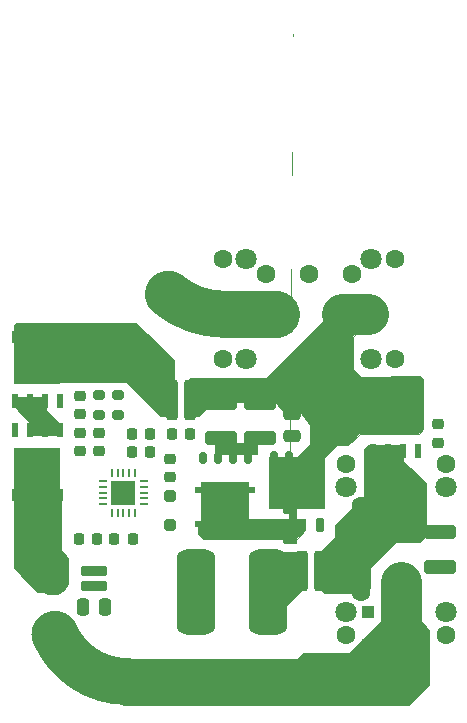
<source format=gbr>
%TF.GenerationSoftware,KiCad,Pcbnew,9.0.1*%
%TF.CreationDate,2025-04-26T18:30:10+02:00*%
%TF.ProjectId,BatteryCharger,42617474-6572-4794-9368-61726765722e,rev?*%
%TF.SameCoordinates,Original*%
%TF.FileFunction,Soldermask,Top*%
%TF.FilePolarity,Negative*%
%FSLAX46Y46*%
G04 Gerber Fmt 4.6, Leading zero omitted, Abs format (unit mm)*
G04 Created by KiCad (PCBNEW 9.0.1) date 2025-04-26 18:30:10*
%MOMM*%
%LPD*%
G01*
G04 APERTURE LIST*
G04 Aperture macros list*
%AMRoundRect*
0 Rectangle with rounded corners*
0 $1 Rounding radius*
0 $2 $3 $4 $5 $6 $7 $8 $9 X,Y pos of 4 corners*
0 Add a 4 corners polygon primitive as box body*
4,1,4,$2,$3,$4,$5,$6,$7,$8,$9,$2,$3,0*
0 Add four circle primitives for the rounded corners*
1,1,$1+$1,$2,$3*
1,1,$1+$1,$4,$5*
1,1,$1+$1,$6,$7*
1,1,$1+$1,$8,$9*
0 Add four rect primitives between the rounded corners*
20,1,$1+$1,$2,$3,$4,$5,0*
20,1,$1+$1,$4,$5,$6,$7,0*
20,1,$1+$1,$6,$7,$8,$9,0*
20,1,$1+$1,$8,$9,$2,$3,0*%
%AMFreePoly0*
4,1,53,0.519509,1.693079,0.555557,1.678147,0.583147,1.650557,0.598079,1.614509,0.600000,1.595000,0.600000,-1.495000,0.598079,-1.514509,0.583147,-1.550557,0.555557,-1.578147,0.519509,-1.593079,0.500000,-1.595000,-0.437500,-1.595000,-0.499686,-1.582630,-0.552405,-1.547405,-0.587630,-1.494686,-0.600000,-1.432500,-0.600000,-1.107500,-0.587630,-1.045314,-0.552405,-0.992595,-0.499686,-0.957370,
-0.437500,-0.945000,-0.100000,-0.945000,-0.100000,-0.325000,-0.437500,-0.325000,-0.499686,-0.312630,-0.552405,-0.277405,-0.587630,-0.224686,-0.600000,-0.162500,-0.600000,0.162500,-0.587630,0.224686,-0.552405,0.277405,-0.499686,0.312630,-0.437500,0.325000,-0.100000,0.325000,-0.100000,0.945000,-0.437500,0.945000,-0.499686,0.957370,-0.552405,0.992595,-0.587630,1.045314,-0.600000,1.107500,
-0.600000,1.432500,-0.587630,1.494686,-0.552405,1.547405,-0.499686,1.582630,-0.437500,1.595000,-0.100000,1.595000,-0.098079,1.614509,-0.083147,1.650557,-0.055557,1.678147,-0.019509,1.693079,0.000000,1.695000,0.500000,1.695000,0.519509,1.693079,0.519509,1.693079,$1*%
G04 Aperture macros list end*
%ADD10C,4.000000*%
%ADD11C,0.100000*%
%ADD12C,3.500000*%
%ADD13C,0.200000*%
%ADD14RoundRect,0.225000X0.225000X0.250000X-0.225000X0.250000X-0.225000X-0.250000X0.225000X-0.250000X0*%
%ADD15RoundRect,0.825000X-0.825000X-2.775000X0.825000X-2.775000X0.825000X2.775000X-0.825000X2.775000X0*%
%ADD16RoundRect,0.250000X-0.250000X-1.450000X0.250000X-1.450000X0.250000X1.450000X-0.250000X1.450000X0*%
%ADD17R,0.610000X1.270000*%
%ADD18R,3.910000X3.810000*%
%ADD19R,0.610000X1.020000*%
%ADD20RoundRect,0.150000X-0.150000X0.350000X-0.150000X-0.350000X0.150000X-0.350000X0.150000X0.350000X0*%
%ADD21R,0.626000X0.610000*%
%ADD22R,4.061000X4.200000*%
%ADD23R,0.500000X0.510000*%
%ADD24RoundRect,0.250000X0.250000X0.475000X-0.250000X0.475000X-0.250000X-0.475000X0.250000X-0.475000X0*%
%ADD25O,0.240000X0.700000*%
%ADD26O,0.700000X0.240000*%
%ADD27R,2.049999X2.049999*%
%ADD28RoundRect,0.250000X-1.100000X0.325000X-1.100000X-0.325000X1.100000X-0.325000X1.100000X0.325000X0*%
%ADD29RoundRect,0.200000X-0.275000X0.200000X-0.275000X-0.200000X0.275000X-0.200000X0.275000X0.200000X0*%
%ADD30RoundRect,0.225000X0.250000X-0.225000X0.250000X0.225000X-0.250000X0.225000X-0.250000X-0.225000X0*%
%ADD31RoundRect,0.250000X-0.475000X0.250000X-0.475000X-0.250000X0.475000X-0.250000X0.475000X0.250000X0*%
%ADD32FreePoly0,90.000000*%
%ADD33RoundRect,0.162500X0.162500X-0.437500X0.162500X0.437500X-0.162500X0.437500X-0.162500X-0.437500X0*%
%ADD34R,4.700000X4.500000*%
%ADD35RoundRect,0.175000X0.175000X-0.325000X0.175000X0.325000X-0.175000X0.325000X-0.175000X-0.325000X0*%
%ADD36RoundRect,0.250000X-0.250000X0.250000X-0.250000X-0.250000X0.250000X-0.250000X0.250000X0.250000X0*%
%ADD37RoundRect,0.250000X-0.300000X0.300000X-0.300000X-0.300000X0.300000X-0.300000X0.300000X0.300000X0*%
%ADD38RoundRect,0.225000X-0.250000X0.225000X-0.250000X-0.225000X0.250000X-0.225000X0.250000X0.225000X0*%
%ADD39RoundRect,0.207317X-0.892683X-0.217683X0.892683X-0.217683X0.892683X0.217683X-0.892683X0.217683X0*%
%ADD40RoundRect,0.225000X-0.225000X-0.250000X0.225000X-0.250000X0.225000X0.250000X-0.225000X0.250000X0*%
%ADD41C,3.500000*%
%ADD42C,2.800000*%
%ADD43C,3.000000*%
%ADD44C,1.600000*%
%ADD45C,1.800000*%
G04 APERTURE END LIST*
D10*
X149200000Y-86400000D02*
G75*
G02*
X144500021Y-84699975I19200J7400000D01*
G01*
X156000000Y-117500000D02*
X141000000Y-117500000D01*
D11*
X160600000Y-87700000D02*
X160100000Y-88300000D01*
X160100000Y-91000000D01*
X160800000Y-91700000D01*
X165800000Y-91600000D01*
X166100000Y-91900000D01*
X166100000Y-96100000D01*
X165700000Y-96500000D01*
X160700000Y-96500000D01*
X159700000Y-97500000D01*
X158800000Y-97500000D01*
X157700000Y-98600000D01*
X155300000Y-98600000D01*
X156500000Y-97400000D01*
X156500000Y-95800000D01*
X155700000Y-94800000D01*
X154400000Y-94800000D01*
X153500000Y-93800000D01*
X148300000Y-93800000D01*
X147100000Y-95000000D01*
X146200000Y-95000000D01*
X146200000Y-92000000D01*
X146400000Y-91800000D01*
X152800000Y-91800000D01*
X157800000Y-86800000D01*
X160600000Y-86800000D01*
X160600000Y-87700000D01*
G36*
X160600000Y-87700000D02*
G01*
X160100000Y-88300000D01*
X160100000Y-91000000D01*
X160800000Y-91700000D01*
X165800000Y-91600000D01*
X166100000Y-91900000D01*
X166100000Y-96100000D01*
X165700000Y-96500000D01*
X160700000Y-96500000D01*
X159700000Y-97500000D01*
X158800000Y-97500000D01*
X157700000Y-98600000D01*
X155300000Y-98600000D01*
X156500000Y-97400000D01*
X156500000Y-95800000D01*
X155700000Y-94800000D01*
X154400000Y-94800000D01*
X153500000Y-93800000D01*
X148300000Y-93800000D01*
X147100000Y-95000000D01*
X146200000Y-95000000D01*
X146200000Y-92000000D01*
X146400000Y-91800000D01*
X152800000Y-91800000D01*
X157800000Y-86800000D01*
X160600000Y-86800000D01*
X160600000Y-87700000D01*
G37*
D12*
X164200000Y-109100000D02*
X164200000Y-113400000D01*
D11*
X166600000Y-113100000D02*
X166600000Y-117800000D01*
X164900000Y-119500000D01*
X155500000Y-119500000D01*
X154200000Y-118200000D01*
X154200000Y-116800000D01*
X155900000Y-115100000D01*
X159800000Y-115100000D01*
X162800000Y-112100000D01*
X165600000Y-112100000D01*
X166600000Y-113100000D01*
G36*
X166600000Y-113100000D02*
G01*
X166600000Y-117800000D01*
X164900000Y-119500000D01*
X155500000Y-119500000D01*
X154200000Y-118200000D01*
X154200000Y-116800000D01*
X155900000Y-115100000D01*
X159800000Y-115100000D01*
X162800000Y-112100000D01*
X165600000Y-112100000D01*
X166600000Y-113100000D01*
G37*
X156000000Y-109600000D02*
X154400000Y-111200000D01*
X153700000Y-111200000D01*
X153700000Y-106500000D01*
X156000000Y-106500000D01*
X156000000Y-109600000D01*
G36*
X156000000Y-109600000D02*
G01*
X154400000Y-111200000D01*
X153700000Y-111200000D01*
X153700000Y-106500000D01*
X156000000Y-106500000D01*
X156000000Y-109600000D01*
G37*
X156100000Y-104700000D02*
X155400000Y-105400000D01*
X147400000Y-105400000D01*
X147000000Y-105000000D01*
X147000000Y-104200000D01*
X147500000Y-103700000D01*
X156100000Y-103700000D01*
X156100000Y-104700000D01*
G36*
X156100000Y-104700000D02*
G01*
X155400000Y-105400000D01*
X147400000Y-105400000D01*
X147000000Y-105000000D01*
X147000000Y-104200000D01*
X147500000Y-103700000D01*
X156100000Y-103700000D01*
X156100000Y-104700000D01*
G37*
X164400000Y-98800000D02*
X166300000Y-100700000D01*
X166300000Y-105200000D01*
X165800000Y-105700000D01*
X163800000Y-105700000D01*
X161600000Y-107900000D01*
X161600000Y-109600000D01*
X161200000Y-110000000D01*
X157700000Y-110000000D01*
X157200000Y-109500000D01*
X157200000Y-106700000D01*
X158600000Y-105300000D01*
X158600000Y-104300000D01*
X161100000Y-101800000D01*
X161100000Y-97800000D01*
X161400000Y-97500000D01*
X164400000Y-97500000D01*
X164400000Y-98800000D01*
G36*
X164400000Y-98800000D02*
G01*
X166300000Y-100700000D01*
X166300000Y-105200000D01*
X165800000Y-105700000D01*
X163800000Y-105700000D01*
X161600000Y-107900000D01*
X161600000Y-109600000D01*
X161200000Y-110000000D01*
X157700000Y-110000000D01*
X157200000Y-109500000D01*
X157200000Y-106700000D01*
X158600000Y-105300000D01*
X158600000Y-104300000D01*
X161100000Y-101800000D01*
X161100000Y-97800000D01*
X161400000Y-97500000D01*
X164400000Y-97500000D01*
X164400000Y-98800000D01*
G37*
D12*
X159200000Y-86400000D02*
X161400000Y-86400000D01*
D10*
X141000000Y-117500000D02*
G75*
G02*
X134900027Y-113499988I32000J6700000D01*
G01*
D11*
X145000000Y-90300000D02*
X145000000Y-94800000D01*
X144800000Y-95000000D01*
X143800000Y-95000000D01*
X140900000Y-92100000D01*
X131500000Y-92100000D01*
X131400000Y-92000000D01*
X131400000Y-87300000D01*
X131600000Y-87100000D01*
X141800000Y-87100000D01*
X145000000Y-90300000D01*
G36*
X145000000Y-90300000D02*
G01*
X145000000Y-94800000D01*
X144800000Y-95000000D01*
X143800000Y-95000000D01*
X140900000Y-92100000D01*
X131500000Y-92100000D01*
X131400000Y-92000000D01*
X131400000Y-87300000D01*
X131600000Y-87100000D01*
X141800000Y-87100000D01*
X145000000Y-90300000D01*
G37*
X135400000Y-106400000D02*
X136000000Y-107000000D01*
X136000000Y-109200000D01*
X135300000Y-109900000D01*
X133400000Y-109900000D01*
X131400000Y-107900000D01*
X131400000Y-101300000D01*
X135400000Y-101300000D01*
X135400000Y-106400000D01*
G36*
X135400000Y-106400000D02*
G01*
X136000000Y-107000000D01*
X136000000Y-109200000D01*
X135300000Y-109900000D01*
X133400000Y-109900000D01*
X131400000Y-107900000D01*
X131400000Y-101300000D01*
X135400000Y-101300000D01*
X135400000Y-106400000D01*
G37*
D13*
X148500000Y-97400000D02*
X152000000Y-97400000D01*
X152000000Y-98200000D01*
X148500000Y-98200000D01*
X148500000Y-97400000D01*
G36*
X148500000Y-97400000D02*
G01*
X152000000Y-97400000D01*
X152000000Y-98200000D01*
X148500000Y-98200000D01*
X148500000Y-97400000D01*
G37*
D10*
X149200000Y-86400000D02*
X153600000Y-86400000D01*
D11*
X134100000Y-94500000D02*
X135400000Y-95800000D01*
X135400000Y-96600000D01*
X132700000Y-96600000D01*
X132700000Y-95500000D01*
X131400000Y-94200000D01*
X131400000Y-93400000D01*
X134100000Y-93400000D01*
X134100000Y-94500000D01*
G36*
X134100000Y-94500000D02*
G01*
X135400000Y-95800000D01*
X135400000Y-96600000D01*
X132700000Y-96600000D01*
X132700000Y-95500000D01*
X131400000Y-94200000D01*
X131400000Y-93400000D01*
X134100000Y-93400000D01*
X134100000Y-94500000D01*
G37*
D14*
%TO.C,C9*%
X142975000Y-98100000D03*
X141425000Y-98100000D03*
%TD*%
D15*
%TO.C,L1*%
X146850000Y-109900000D03*
X152950000Y-109900000D03*
%TD*%
D14*
%TO.C,C16*%
X141475000Y-105400000D03*
X139925000Y-105400000D03*
%TD*%
D16*
%TO.C,R2*%
X144850000Y-93700000D03*
X146350000Y-93700000D03*
%TD*%
D17*
%TO.C,Q2*%
X131495000Y-93770000D03*
X132765000Y-93770000D03*
X134035000Y-93770000D03*
X135305000Y-93770000D03*
D18*
X133400000Y-90410000D03*
D19*
X131495000Y-88305000D03*
X132765000Y-88305000D03*
X134035000Y-88305000D03*
X135305000Y-88305000D03*
%TD*%
D20*
%TO.C,Q5*%
X151205000Y-98585000D03*
X149935000Y-98585000D03*
X148665000Y-98585000D03*
X147395000Y-98585000D03*
D21*
X151613000Y-101300000D03*
X146987000Y-101300000D03*
D22*
X149300000Y-102690000D03*
D23*
X151550000Y-104170000D03*
X147050000Y-104170000D03*
%TD*%
D24*
%TO.C,C11*%
X139150000Y-111200000D03*
X137250000Y-111200000D03*
%TD*%
D25*
%TO.C,U1*%
X141700000Y-99800000D03*
X141200000Y-99800000D03*
X140700000Y-99800000D03*
X140200000Y-99800000D03*
X139700000Y-99800000D03*
D26*
X139000000Y-100500000D03*
X139000000Y-101000000D03*
X139000000Y-101500000D03*
X139000000Y-102000000D03*
X139000000Y-102500000D03*
D25*
X139700000Y-103200000D03*
X140200000Y-103200000D03*
X140700000Y-103200000D03*
X141200000Y-103200000D03*
X141700000Y-103200000D03*
D26*
X142400000Y-102500000D03*
X142400000Y-102000000D03*
X142400000Y-101500000D03*
X142400000Y-101000000D03*
X142400000Y-100500000D03*
D27*
X140700000Y-101500000D03*
%TD*%
D28*
%TO.C,C15*%
X167500000Y-104825000D03*
X167500000Y-107775000D03*
%TD*%
D14*
%TO.C,C8*%
X142975000Y-96500000D03*
X141425000Y-96500000D03*
%TD*%
D29*
%TO.C,R5*%
X140200000Y-93280000D03*
X140200000Y-94930000D03*
%TD*%
D30*
%TO.C,C14*%
X144600000Y-100175000D03*
X144600000Y-98625000D03*
%TD*%
D16*
%TO.C,R11*%
X155850000Y-108100000D03*
X157350000Y-108100000D03*
%TD*%
D31*
%TO.C,C5*%
X155000000Y-94850000D03*
X155000000Y-96750000D03*
%TD*%
D32*
%TO.C,Q4*%
X154765000Y-104225000D03*
D33*
X157305000Y-104225000D03*
D34*
X155400000Y-100725000D03*
D35*
X153405000Y-98475000D03*
X154735000Y-98475000D03*
X156065000Y-98475000D03*
X157395000Y-98475000D03*
%TD*%
D28*
%TO.C,C6*%
X149000000Y-93925000D03*
X149000000Y-96875000D03*
%TD*%
D14*
%TO.C,C17*%
X138475000Y-105400000D03*
X136925000Y-105400000D03*
%TD*%
D36*
%TO.C,D2*%
X144600000Y-101750000D03*
X144600000Y-104250000D03*
%TD*%
D37*
%TO.C,D3*%
X161400000Y-111600000D03*
X161400000Y-114400000D03*
%TD*%
D38*
%TO.C,C4*%
X137000000Y-93330000D03*
X137000000Y-94880000D03*
%TD*%
D30*
%TO.C,C1*%
X137000000Y-97980000D03*
X137000000Y-96430000D03*
%TD*%
D38*
%TO.C,C13*%
X167300000Y-95725000D03*
X167300000Y-97275000D03*
%TD*%
D39*
%TO.C,R3*%
X138200000Y-108175000D03*
X138200000Y-109425000D03*
%TD*%
D30*
%TO.C,C3*%
X138600000Y-97980000D03*
X138600000Y-96430000D03*
%TD*%
D17*
%TO.C,Q1*%
X135305000Y-96225000D03*
X134035000Y-96225000D03*
X132765000Y-96225000D03*
X131495000Y-96225000D03*
D18*
X133400000Y-99585000D03*
D19*
X135305000Y-101690000D03*
X134035000Y-101690000D03*
X132765000Y-101690000D03*
X131495000Y-101690000D03*
%TD*%
D29*
%TO.C,R7*%
X138600000Y-93280000D03*
X138600000Y-94930000D03*
%TD*%
D40*
%TO.C,C10*%
X144825000Y-96500000D03*
X146375000Y-96500000D03*
%TD*%
D41*
%TO.C,J5*%
X156000000Y-117500000D03*
%TD*%
D17*
%TO.C,Q3*%
X161795000Y-97970000D03*
X163065000Y-97970000D03*
X164335000Y-97970000D03*
X165605000Y-97970000D03*
D18*
X163700000Y-94610000D03*
D19*
X161795000Y-92505000D03*
X163065000Y-92505000D03*
X164335000Y-92505000D03*
X165605000Y-92505000D03*
%TD*%
D28*
%TO.C,C7*%
X152300000Y-93925000D03*
X152300000Y-96875000D03*
%TD*%
D41*
%TO.C,J6*%
X144500000Y-84700000D03*
%TD*%
D42*
%TO.C,J2*%
X134700000Y-113000000D03*
X134700000Y-108800000D03*
%TD*%
D43*
%TO.C,J1*%
X151350000Y-86400000D03*
X153650000Y-86400000D03*
X159150000Y-86400000D03*
X161450000Y-86400000D03*
D44*
X152750000Y-83025000D03*
X156400000Y-83025000D03*
X160050000Y-83025000D03*
X149150000Y-90200000D03*
D45*
X151100000Y-90200000D03*
X161700000Y-90200000D03*
D44*
X163650000Y-90200000D03*
X149150000Y-81750000D03*
D45*
X151100000Y-81750000D03*
X161700000Y-81750000D03*
D44*
X163650000Y-81750000D03*
%TD*%
D43*
%TO.C,J3*%
X164200000Y-111350000D03*
X164200000Y-109050000D03*
X164200000Y-103550000D03*
X164200000Y-101250000D03*
D44*
X160825000Y-109950000D03*
X160825000Y-106300000D03*
X160825000Y-102650000D03*
X168000000Y-113550000D03*
D45*
X168000000Y-111600000D03*
X168000000Y-101000000D03*
D44*
X168000000Y-99050000D03*
X159550000Y-113550000D03*
D45*
X159550000Y-111600000D03*
X159550000Y-101000000D03*
D44*
X159550000Y-99050000D03*
%TD*%
M02*

</source>
